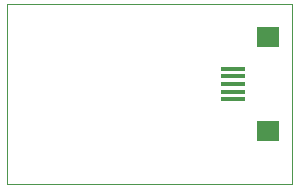
<source format=gbp>
G75*
%MOIN*%
%OFA0B0*%
%FSLAX25Y25*%
%IPPOS*%
%LPD*%
%AMOC8*
5,1,8,0,0,1.08239X$1,22.5*
%
%ADD10C,0.00000*%
%ADD11R,0.07874X0.01575*%
%ADD12R,0.07480X0.07087*%
D10*
X0001351Y0007367D02*
X0096351Y0007367D01*
X0096351Y0067367D01*
X0001351Y0067367D01*
X0001351Y0007367D01*
D11*
X0076561Y0035771D03*
X0076561Y0038330D03*
X0076561Y0040889D03*
X0076561Y0043448D03*
X0076561Y0046007D03*
D12*
X0088175Y0056637D03*
X0088175Y0025141D03*
M02*

</source>
